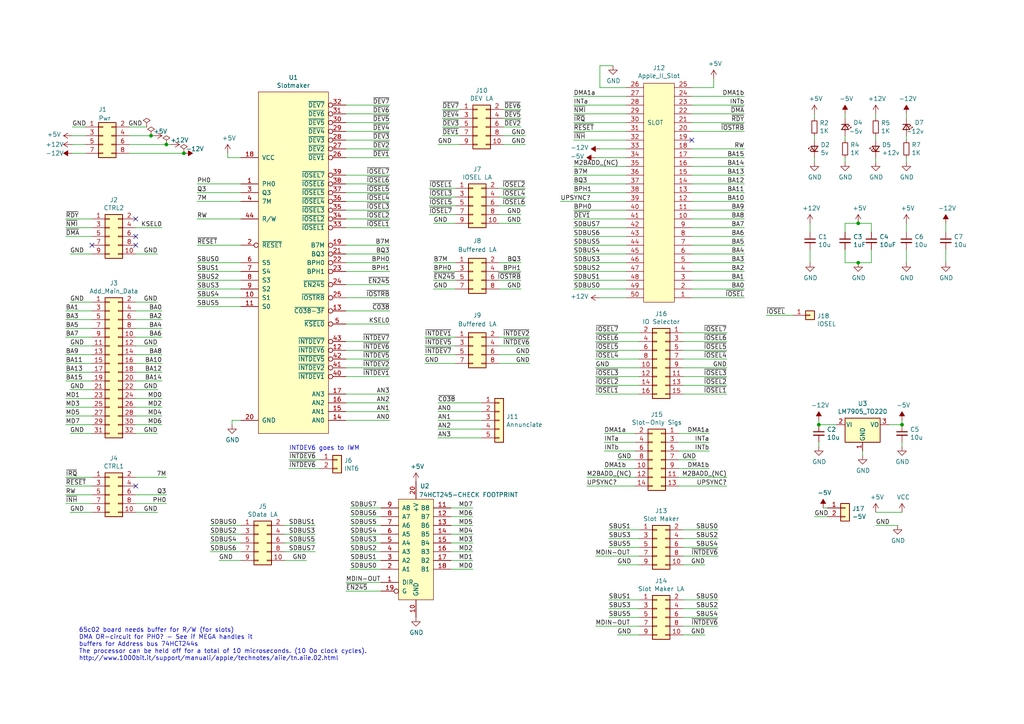
<source format=kicad_sch>
(kicad_sch (version 20230121) (generator eeschema)
  (paper "A4")
  (title_block (title "IO Prototype (Slot)") (rev "2") (company "bald.ee/gd-design") (comment 1 "Mega IIe / Golden Delicious"))
  (junction (at 237.49 123.19))
  (junction (at 43.815 39.37))
  (junction (at 261.62 123.19))
  (junction (at 48.26 41.91))
  (junction (at 53.34 44.45))
  (junction (at 248.92 76.2))
  (junction (at 248.92 64.77))
  (no_connect (at 39.37 71.12))
  (no_connect (at 39.37 63.5))
  (no_connect (at 200.66 40.64))
  (no_connect (at 39.37 68.58))
  (no_connect (at 26.67 71.12))
  (no_connect (at 39.37 140.97))
  (wire (pts (xy 130.81 165.1) (xy 137.16 165.1)))
  (wire (pts (xy 26.67 66.04) (xy 19.05 66.04)))
  (wire (pts (xy 69.85 78.74) (xy 57.15 78.74)))
  (wire (pts (xy 100.33 78.74) (xy 113.03 78.74)))
  (wire (pts (xy 185.42 106.68) (xy 172.72 106.68)))
  (wire (pts (xy 39.37 105.41) (xy 46.99 105.41)))
  (wire (pts (xy 207.01 25.4) (xy 200.66 25.4)))
  (wire (pts (xy 166.37 60.96) (xy 181.61 60.96)))
  (wire (pts (xy 39.37 73.66) (xy 45.72 73.66)))
  (wire (pts (xy 100.33 76.2) (xy 113.03 76.2)))
  (wire (pts (xy 198.12 114.3) (xy 210.82 114.3)))
  (wire (pts (xy 200.66 33.02) (xy 215.9 33.02)))
  (wire (pts (xy 100.33 60.96) (xy 113.03 60.96)))
  (wire (pts (xy 100.33 109.22) (xy 113.03 109.22)))
  (wire (pts (xy 128.27 39.37) (xy 133.35 39.37)))
  (wire (pts (xy 248.92 64.77) (xy 252.73 64.77)))
  (wire (pts (xy 181.61 33.02) (xy 166.37 33.02)))
  (wire (pts (xy 200.66 66.04) (xy 215.9 66.04)))
  (wire (pts (xy 198.12 176.53) (xy 208.28 176.53)))
  (wire (pts (xy 100.33 90.17) (xy 113.03 90.17)))
  (wire (pts (xy 128.27 36.83) (xy 133.35 36.83)))
  (wire (pts (xy 198.12 179.07) (xy 208.28 179.07)))
  (wire (pts (xy 100.33 119.38) (xy 113.03 119.38)))
  (wire (pts (xy 123.19 105.41) (xy 132.08 105.41)))
  (wire (pts (xy 236.22 40.64) (xy 236.22 39.37)))
  (wire (pts (xy 26.67 120.65) (xy 19.05 120.65)))
  (wire (pts (xy 144.78 81.28) (xy 151.13 81.28)))
  (wire (pts (xy 185.42 153.67) (xy 176.53 153.67)))
  (wire (pts (xy 274.32 67.31) (xy 274.32 64.77)))
  (wire (pts (xy 185.42 114.3) (xy 172.72 114.3)))
  (wire (pts (xy 39.37 90.17) (xy 46.99 90.17)))
  (wire (pts (xy 26.67 140.97) (xy 19.05 140.97)))
  (wire (pts (xy 185.42 109.22) (xy 172.72 109.22)))
  (wire (pts (xy 260.35 152.4) (xy 254 152.4)))
  (wire (pts (xy 185.42 176.53) (xy 176.53 176.53)))
  (wire (pts (xy 69.85 81.28) (xy 57.15 81.28)))
  (wire (pts (xy 205.74 128.27) (xy 196.85 128.27)))
  (wire (pts (xy 262.89 40.64) (xy 262.89 39.37)))
  (wire (pts (xy 130.81 157.48) (xy 137.16 157.48)))
  (wire (pts (xy 200.66 68.58) (xy 215.9 68.58)))
  (wire (pts (xy 69.85 162.56) (xy 63.5 162.56)))
  (wire (pts (xy 132.08 83.82) (xy 125.73 83.82)))
  (wire (pts (xy 37.465 41.91) (xy 48.26 41.91)))
  (wire (pts (xy 181.61 25.4) (xy 173.99 25.4)))
  (wire (pts (xy 69.85 55.88) (xy 57.15 55.88)))
  (wire (pts (xy 69.85 121.92) (xy 67.31 121.92)))
  (wire (pts (xy 37.465 36.83) (xy 42.545 36.83)))
  (wire (pts (xy 181.61 50.8) (xy 166.37 50.8)))
  (wire (pts (xy 200.66 53.34) (xy 215.9 53.34)))
  (wire (pts (xy 82.55 157.48) (xy 91.44 157.48)))
  (wire (pts (xy 185.42 179.07) (xy 176.53 179.07)))
  (wire (pts (xy 69.85 45.72) (xy 66.04 45.72)))
  (wire (pts (xy 198.12 106.68) (xy 210.82 106.68)))
  (wire (pts (xy 200.66 78.74) (xy 215.9 78.74)))
  (wire (pts (xy 144.78 97.79) (xy 153.67 97.79)))
  (wire (pts (xy 26.67 105.41) (xy 19.05 105.41)))
  (wire (pts (xy 110.49 160.02) (xy 101.6 160.02)))
  (wire (pts (xy 236.22 46.99) (xy 236.22 45.72)))
  (wire (pts (xy 100.33 35.56) (xy 113.03 35.56)))
  (wire (pts (xy 128.27 31.75) (xy 133.35 31.75)))
  (wire (pts (xy 130.81 154.94) (xy 137.16 154.94)))
  (wire (pts (xy 91.44 152.4) (xy 82.55 152.4)))
  (wire (pts (xy 24.765 44.45) (xy 20.955 44.45)))
  (wire (pts (xy 26.67 97.79) (xy 19.05 97.79)))
  (wire (pts (xy 60.96 154.94) (xy 69.85 154.94)))
  (wire (pts (xy 229.87 91.44) (xy 222.25 91.44)))
  (wire (pts (xy 69.85 83.82) (xy 57.15 83.82)))
  (wire (pts (xy 245.11 40.64) (xy 245.11 39.37)))
  (wire (pts (xy 39.37 107.95) (xy 46.99 107.95)))
  (wire (pts (xy 144.78 76.2) (xy 151.13 76.2)))
  (wire (pts (xy 39.37 148.59) (xy 45.72 148.59)))
  (wire (pts (xy 175.26 125.73) (xy 184.15 125.73)))
  (wire (pts (xy 26.67 118.11) (xy 19.05 118.11)))
  (wire (pts (xy 83.82 135.89) (xy 92.71 135.89)))
  (wire (pts (xy 26.67 146.05) (xy 19.05 146.05)))
  (wire (pts (xy 151.13 34.29) (xy 146.05 34.29)))
  (wire (pts (xy 123.19 97.79) (xy 132.08 97.79)))
  (wire (pts (xy 245.11 67.31) (xy 245.11 64.77)))
  (wire (pts (xy 130.81 160.02) (xy 137.16 160.02)))
  (wire (pts (xy 184.15 135.89) (xy 175.26 135.89)))
  (wire (pts (xy 254 46.99) (xy 254 45.72)))
  (wire (pts (xy 198.12 104.14) (xy 210.82 104.14)))
  (wire (pts (xy 100.33 93.98) (xy 113.03 93.98)))
  (wire (pts (xy 26.67 95.25) (xy 19.05 95.25)))
  (wire (pts (xy 262.89 67.31) (xy 262.89 64.77)))
  (wire (pts (xy 170.18 140.97) (xy 184.15 140.97)))
  (wire (pts (xy 166.37 27.94) (xy 181.61 27.94)))
  (wire (pts (xy 181.61 38.1) (xy 166.37 38.1)))
  (wire (pts (xy 198.12 153.67) (xy 208.28 153.67)))
  (wire (pts (xy 110.49 157.48) (xy 101.6 157.48)))
  (wire (pts (xy 124.46 59.69) (xy 132.08 59.69)))
  (wire (pts (xy 200.66 27.94) (xy 215.9 27.94)))
  (wire (pts (xy 69.85 76.2) (xy 57.15 76.2)))
  (wire (pts (xy 100.33 114.3) (xy 113.03 114.3)))
  (wire (pts (xy 240.03 147.32) (xy 238.76 147.32)))
  (wire (pts (xy 236.22 33.02) (xy 236.22 34.29)))
  (wire (pts (xy 250.19 130.81) (xy 250.19 132.08)))
  (wire (pts (xy 173.99 19.05) (xy 177.8 19.05)))
  (wire (pts (xy 146.05 41.91) (xy 152.4 41.91)))
  (wire (pts (xy 173.99 25.4) (xy 173.99 19.05)))
  (wire (pts (xy 124.46 62.23) (xy 132.08 62.23)))
  (wire (pts (xy 200.66 35.56) (xy 215.9 35.56)))
  (wire (pts (xy 39.37 120.65) (xy 46.99 120.65)))
  (wire (pts (xy 100.33 45.72) (xy 113.03 45.72)))
  (wire (pts (xy 60.96 160.02) (xy 69.85 160.02)))
  (wire (pts (xy 37.465 39.37) (xy 43.815 39.37)))
  (wire (pts (xy 100.33 71.12) (xy 113.03 71.12)))
  (wire (pts (xy 83.82 133.35) (xy 92.71 133.35)))
  (wire (pts (xy 100.33 43.18) (xy 113.03 43.18)))
  (wire (pts (xy 110.49 149.86) (xy 101.6 149.86)))
  (wire (pts (xy 152.4 54.61) (xy 144.78 54.61)))
  (wire (pts (xy 60.96 157.48) (xy 69.85 157.48)))
  (wire (pts (xy 39.37 125.73) (xy 45.72 125.73)))
  (wire (pts (xy 100.33 50.8) (xy 113.03 50.8)))
  (wire (pts (xy 254 40.64) (xy 254 39.37)))
  (wire (pts (xy 100.33 55.88) (xy 113.03 55.88)))
  (wire (pts (xy 139.7 119.38) (xy 127 119.38)))
  (wire (pts (xy 184.15 138.43) (xy 170.18 138.43)))
  (wire (pts (xy 200.66 38.1) (xy 215.9 38.1)))
  (wire (pts (xy 26.67 90.17) (xy 19.05 90.17)))
  (wire (pts (xy 69.85 53.34) (xy 57.15 53.34)))
  (wire (pts (xy 26.67 125.73) (xy 20.32 125.73)))
  (wire (pts (xy 26.67 92.71) (xy 19.05 92.71)))
  (wire (pts (xy 110.49 171.45) (xy 100.33 171.45)))
  (wire (pts (xy 110.49 154.94) (xy 101.6 154.94)))
  (wire (pts (xy 39.37 115.57) (xy 46.99 115.57)))
  (wire (pts (xy 200.66 60.96) (xy 215.9 60.96)))
  (wire (pts (xy 39.37 110.49) (xy 46.99 110.49)))
  (wire (pts (xy 110.49 168.91) (xy 100.33 168.91)))
  (wire (pts (xy 132.08 76.2) (xy 125.73 76.2)))
  (wire (pts (xy 261.62 121.92) (xy 261.62 123.19)))
  (wire (pts (xy 39.37 146.05) (xy 48.26 146.05)))
  (wire (pts (xy 39.37 95.25) (xy 46.99 95.25)))
  (wire (pts (xy 185.42 104.14) (xy 172.72 104.14)))
  (wire (pts (xy 240.03 149.86) (xy 236.22 149.86)))
  (wire (pts (xy 245.11 64.77) (xy 248.92 64.77)))
  (wire (pts (xy 37.465 44.45) (xy 53.34 44.45)))
  (wire (pts (xy 100.33 101.6) (xy 113.03 101.6)))
  (wire (pts (xy 237.49 123.19) (xy 237.49 121.92)))
  (wire (pts (xy 144.78 78.74) (xy 151.13 78.74)))
  (wire (pts (xy 110.49 165.1) (xy 101.6 165.1)))
  (wire (pts (xy 133.35 41.91) (xy 127 41.91)))
  (wire (pts (xy 100.33 53.34) (xy 113.03 53.34)))
  (wire (pts (xy 198.12 156.21) (xy 208.28 156.21)))
  (wire (pts (xy 39.37 97.79) (xy 46.99 97.79)))
  (wire (pts (xy 261.62 123.19) (xy 257.81 123.19)))
  (wire (pts (xy 26.67 148.59) (xy 20.32 148.59)))
  (wire (pts (xy 198.12 111.76) (xy 210.82 111.76)))
  (wire (pts (xy 173.99 43.18) (xy 181.61 43.18)))
  (wire (pts (xy 130.81 149.86) (xy 137.16 149.86)))
  (wire (pts (xy 185.42 158.75) (xy 176.53 158.75)))
  (wire (pts (xy 166.37 73.66) (xy 181.61 73.66)))
  (wire (pts (xy 185.42 99.06) (xy 172.72 99.06)))
  (wire (pts (xy 185.42 96.52) (xy 172.72 96.52)))
  (wire (pts (xy 69.85 71.12) (xy 57.15 71.12)))
  (wire (pts (xy 198.12 161.29) (xy 208.28 161.29)))
  (wire (pts (xy 185.42 156.21) (xy 176.53 156.21)))
  (wire (pts (xy 82.55 160.02) (xy 91.44 160.02)))
  (wire (pts (xy 69.85 63.5) (xy 57.15 63.5)))
  (wire (pts (xy 166.37 55.88) (xy 181.61 55.88)))
  (wire (pts (xy 24.765 39.37) (xy 20.955 39.37)))
  (wire (pts (xy 200.66 71.12) (xy 215.9 71.12)))
  (wire (pts (xy 162.56 58.42) (xy 181.61 58.42)))
  (wire (pts (xy 110.49 147.32) (xy 101.6 147.32)))
  (wire (pts (xy 196.85 135.89) (xy 205.74 135.89)))
  (wire (pts (xy 200.66 76.2) (xy 215.9 76.2)))
  (wire (pts (xy 39.37 113.03) (xy 45.72 113.03)))
  (wire (pts (xy 69.85 88.9) (xy 57.15 88.9)))
  (wire (pts (xy 26.67 110.49) (xy 19.05 110.49)))
  (wire (pts (xy 26.67 113.03) (xy 20.32 113.03)))
  (wire (pts (xy 26.67 73.66) (xy 20.32 73.66)))
  (wire (pts (xy 26.67 107.95) (xy 19.05 107.95)))
  (wire (pts (xy 26.67 68.58) (xy 19.05 68.58)))
  (wire (pts (xy 185.42 184.15) (xy 179.07 184.15)))
  (wire (pts (xy 100.33 58.42) (xy 113.03 58.42)))
  (wire (pts (xy 82.55 162.56) (xy 88.9 162.56)))
  (wire (pts (xy 200.66 50.8) (xy 215.9 50.8)))
  (wire (pts (xy 128.27 34.29) (xy 133.35 34.29)))
  (wire (pts (xy 185.42 101.6) (xy 172.72 101.6)))
  (wire (pts (xy 262.89 46.99) (xy 262.89 45.72)))
  (wire (pts (xy 152.4 57.15) (xy 144.78 57.15)))
  (wire (pts (xy 100.33 73.66) (xy 113.03 73.66)))
  (wire (pts (xy 144.78 105.41) (xy 153.67 105.41)))
  (wire (pts (xy 124.46 57.15) (xy 132.08 57.15)))
  (wire (pts (xy 39.37 66.04) (xy 46.99 66.04)))
  (wire (pts (xy 198.12 99.06) (xy 210.82 99.06)))
  (wire (pts (xy 39.37 138.43) (xy 48.26 138.43)))
  (wire (pts (xy 200.66 83.82) (xy 215.9 83.82)))
  (wire (pts (xy 234.95 67.31) (xy 234.95 64.77)))
  (wire (pts (xy 139.7 121.92) (xy 127 121.92)))
  (wire (pts (xy 26.67 143.51) (xy 19.05 143.51)))
  (wire (pts (xy 67.31 121.92) (xy 67.31 123.19)))
  (wire (pts (xy 166.37 30.48) (xy 181.61 30.48)))
  (wire (pts (xy 234.95 76.2) (xy 234.95 72.39)))
  (wire (pts (xy 123.19 102.87) (xy 132.08 102.87)))
  (wire (pts (xy 185.42 163.83) (xy 179.07 163.83)))
  (wire (pts (xy 261.62 128.27) (xy 261.62 129.54)))
  (wire (pts (xy 39.37 87.63) (xy 45.72 87.63)))
  (wire (pts (xy 100.33 82.55) (xy 113.03 82.55)))
  (wire (pts (xy 181.61 48.26) (xy 166.37 48.26)))
  (wire (pts (xy 210.82 140.97) (xy 196.85 140.97)))
  (wire (pts (xy 100.33 66.04) (xy 113.03 66.04)))
  (wire (pts (xy 252.73 76.2) (xy 248.92 76.2)))
  (wire (pts (xy 69.85 86.36) (xy 57.15 86.36)))
  (wire (pts (xy 139.7 127) (xy 127 127)))
  (wire (pts (xy 152.4 39.37) (xy 146.05 39.37)))
  (wire (pts (xy 245.11 46.99) (xy 245.11 45.72)))
  (wire (pts (xy 262.89 76.2) (xy 262.89 72.39)))
  (wire (pts (xy 198.12 101.6) (xy 210.82 101.6)))
  (wire (pts (xy 151.13 36.83) (xy 146.05 36.83)))
  (wire (pts (xy 110.49 152.4) (xy 101.6 152.4)))
  (wire (pts (xy 43.815 39.37) (xy 44.45 39.37)))
  (wire (pts (xy 196.85 133.35) (xy 201.93 133.35)))
  (wire (pts (xy 144.78 100.33) (xy 153.67 100.33)))
  (wire (pts (xy 173.99 86.36) (xy 181.61 86.36)))
  (wire (pts (xy 248.92 76.2) (xy 245.11 76.2)))
  (wire (pts (xy 152.4 59.69) (xy 144.78 59.69)))
  (wire (pts (xy 130.81 147.32) (xy 137.16 147.32)))
  (wire (pts (xy 26.67 138.43) (xy 19.05 138.43)))
  (wire (pts (xy 24.765 41.91) (xy 20.955 41.91)))
  (wire (pts (xy 200.66 58.42) (xy 215.9 58.42)))
  (wire (pts (xy 245.11 76.2) (xy 245.11 72.39)))
  (wire (pts (xy 198.12 163.83) (xy 204.47 163.83)))
  (wire (pts (xy 39.37 123.19) (xy 46.99 123.19)))
  (wire (pts (xy 274.32 76.2) (xy 274.32 72.39)))
  (wire (pts (xy 181.61 35.56) (xy 166.37 35.56)))
  (wire (pts (xy 144.78 102.87) (xy 153.67 102.87)))
  (wire (pts (xy 39.37 143.51) (xy 48.26 143.51)))
  (wire (pts (xy 166.37 76.2) (xy 181.61 76.2)))
  (wire (pts (xy 200.66 43.18) (xy 215.9 43.18)))
  (wire (pts (xy 100.33 104.14) (xy 113.03 104.14)))
  (wire (pts (xy 172.72 45.72) (xy 181.61 45.72)))
  (wire (pts (xy 100.33 38.1) (xy 113.03 38.1)))
  (wire (pts (xy 200.66 55.88) (xy 215.9 55.88)))
  (wire (pts (xy 26.67 123.19) (xy 19.05 123.19)))
  (wire (pts (xy 48.26 41.91) (xy 49.53 41.91)))
  (wire (pts (xy 175.26 128.27) (xy 184.15 128.27)))
  (wire (pts (xy 166.37 78.74) (xy 181.61 78.74)))
  (wire (pts (xy 144.78 83.82) (xy 151.13 83.82)))
  (wire (pts (xy 200.66 81.28) (xy 215.9 81.28)))
  (wire (pts (xy 181.61 40.64) (xy 166.37 40.64)))
  (wire (pts (xy 151.13 31.75) (xy 146.05 31.75)))
  (wire (pts (xy 261.62 148.59) (xy 254 148.59)))
  (wire (pts (xy 139.7 116.84) (xy 127 116.84)))
  (wire (pts (xy 185.42 111.76) (xy 172.72 111.76)))
  (wire (pts (xy 100.33 40.64) (xy 113.03 40.64)))
  (wire (pts (xy 100.33 86.36) (xy 113.03 86.36)))
  (wire (pts (xy 26.67 100.33) (xy 20.32 100.33)))
  (wire (pts (xy 245.11 33.02) (xy 245.11 34.29)))
  (wire (pts (xy 166.37 53.34) (xy 181.61 53.34)))
  (wire (pts (xy 39.37 118.11) (xy 46.99 118.11)))
  (wire (pts (xy 166.37 71.12) (xy 181.61 71.12)))
  (wire (pts (xy 198.12 96.52) (xy 210.82 96.52)))
  (wire (pts (xy 139.7 124.46) (xy 127 124.46)))
  (wire (pts (xy 130.81 162.56) (xy 137.16 162.56)))
  (wire (pts (xy 100.33 30.48) (xy 113.03 30.48)))
  (wire (pts (xy 100.33 99.06) (xy 113.03 99.06)))
  (wire (pts (xy 166.37 83.82) (xy 181.61 83.82)))
  (wire (pts (xy 24.765 36.83) (xy 20.955 36.83)))
  (wire (pts (xy 166.37 68.58) (xy 181.61 68.58)))
  (wire (pts (xy 100.33 116.84) (xy 113.03 116.84)))
  (wire (pts (xy 237.49 128.27) (xy 237.49 129.54)))
  (wire (pts (xy 184.15 133.35) (xy 179.07 133.35)))
  (wire (pts (xy 198.12 109.22) (xy 210.82 109.22)))
  (wire (pts (xy 166.37 63.5) (xy 181.61 63.5)))
  (wire (pts (xy 166.37 66.04) (xy 181.61 66.04)))
  (wire (pts (xy 184.15 130.81) (xy 175.26 130.81)))
  (wire (pts (xy 198.12 181.61) (xy 208.28 181.61)))
  (wire (pts (xy 205.74 125.73) (xy 196.85 125.73)))
  (wire (pts (xy 110.49 162.56) (xy 101.6 162.56)))
  (wire (pts (xy 200.66 63.5) (xy 215.9 63.5)))
  (wire (pts (xy 198.12 184.15) (xy 204.47 184.15)))
  (wire (pts (xy 60.96 152.4) (xy 69.85 152.4)))
  (wire (pts (xy 166.37 81.28) (xy 181.61 81.28)))
  (wire (pts (xy 26.67 63.5) (xy 19.05 63.5)))
  (wire (pts (xy 39.37 100.33) (xy 45.72 100.33)))
  (wire (pts (xy 198.12 158.75) (xy 208.28 158.75)))
  (wire (pts (xy 252.73 64.77) (xy 252.73 67.31)))
  (wire (pts (xy 39.37 102.87) (xy 46.99 102.87)))
  (wire (pts (xy 69.85 58.42) (xy 57.15 58.42)))
  (wire (pts (xy 200.66 48.26) (xy 215.9 48.26)))
  (wire (pts (xy 196.85 130.81) (xy 205.74 130.81)))
  (wire (pts (xy 124.46 54.61) (xy 132.08 54.61)))
  (wire (pts (xy 100.33 33.02) (xy 113.03 33.02)))
  (wire (pts (xy 26.67 102.87) (xy 19.05 102.87)))
  (wire (pts (xy 262.89 33.02) (xy 262.89 34.29)))
  (wire (pts (xy 207.01 22.86) (xy 207.01 25.4)))
  (wire (pts (xy 123.19 100.33) (xy 132.08 100.33)))
  (wire (pts (xy 254 33.02) (xy 254 34.29)))
  (wire (pts (xy 100.33 121.92) (xy 113.03 121.92)))
  (wire (pts (xy 144.78 64.77) (xy 151.13 64.77)))
  (wire (pts (xy 185.42 173.99) (xy 176.53 173.99)))
  (wire (pts (xy 39.37 92.71) (xy 46.99 92.71)))
  (wire (pts (xy 198.12 173.99) (xy 208.28 173.99)))
  (wire (pts (xy 172.72 181.61) (xy 185.42 181.61)))
  (wire (pts (xy 132.08 78.74) (xy 125.73 78.74)))
  (wire (pts (xy 100.33 106.68) (xy 113.03 106.68)))
  (wire (pts (xy 196.85 138.43) (xy 210.82 138.43)))
  (wire (pts (xy 132.08 81.28) (xy 125.73 81.28)))
  (wire (pts (xy 242.57 123.19) (xy 237.49 123.19)))
  (wire (pts (xy 200.66 45.72) (xy 215.9 45.72)))
  (wire (pts (xy 100.33 63.5) (xy 113.03 63.5)))
  (wire (pts (xy 130.81 152.4) (xy 137.16 152.4)))
  (wire (pts (xy 172.72 161.29) (xy 185.42 161.29)))
  (wire (pts (xy 132.08 64.77) (xy 125.73 64.77)))
  (wire (pts (xy 66.04 45.72) (xy 66.04 44.45)))
  (wire (pts (xy 82.55 154.94) (xy 91.44 154.94)))
  (wire (pts (xy 200.66 86.36) (xy 215.9 86.36)))
  (wire (pts (xy 200.66 73.66) (xy 215.9 73.66)))
  (wire (pts (xy 200.66 30.48) (xy 215.9 30.48)))
  (wire (pts (xy 144.78 62.23) (xy 151.13 62.23)))
  (wire (pts (xy 26.67 87.63) (xy 20.32 87.63)))
  (wire (pts (xy 252.73 72.39) (xy 252.73 76.2)))
  (wire (pts (xy 26.67 115.57) (xy 19.05 115.57)))
  (text "INTDEV6 goes to IWM" (at 83.82 130.81 0) (effects (font (size 1.27 1.27)) (justify left bottom)))
  (text "65c02 board needs buffer for R/W (for slots)\nDMA OR-circuit for PH0? - See if MEGA handles it\nbuffers for Address bus 74HCT244s\nThe processor can be held off for a total of 10 microseconds. (10 0o clock cycles).\nhttp://www.1000bit.it/support/manuali/apple/technotes/aiie/tn.aiie.02.html\n" (at 22.86 191.77 0) (effects (font (size 1.27 1.27)) (justify left bottom)))
  (label "UPSYNC?" (at 162.56 58.42 0))
  (label "BPH1" (at 151.13 78.74 180))
  (label "~{IOSEL5}" (at 210.82 101.6 180))
  (label "BA1" (at 19.05 90.17 0))
  (label "~{RESET}" (at 57.15 71.12 0))
  (label "~{IOSEL7}" (at 124.46 62.23 0))
  (label "BQ3" (at 113.03 73.66 180))
  (label "~{RDY}" (at 19.05 63.5 0))
  (label "PH0" (at 57.15 53.34 0))
  (label "SDBUS2" (at 166.37 78.74 0))
  (label "~{DEV7}" (at 128.27 31.75 0))
  (label "BA7" (at 19.05 97.79 0))
  (label "SDBUS0" (at 101.6 165.1 0))
  (label "RW" (at 57.15 63.5 0))
  (label "MD2" (at 46.99 118.11 180))
  (label "SDBUS6" (at 166.37 68.58 0))
  (label "MD0" (at 46.99 115.57 180))
  (label "GND" (at 45.72 73.66 180))
  (label "~{DEV3}" (at 128.27 36.83 0))
  (label "~{RESET}" (at 19.05 140.97 0))
  (label "~{INTDEV7}" (at 113.03 99.06 180))
  (label "~{INH}" (at 19.05 146.05 0))
  (label "INTb" (at 175.26 130.81 0))
  (label "~{INTDEV5}" (at 123.19 100.33 0))
  (label "SBUS4" (at 57.15 86.36 0))
  (label "~{IOSTRB}" (at 113.03 86.36 180))
  (label "MD4" (at 46.99 120.65 180))
  (label "GND" (at 152.4 41.91 180))
  (label "SBUS0" (at 57.15 76.2 0))
  (label "~{IOSEL4}" (at 172.72 104.14 0))
  (label "RW" (at 19.05 143.51 0))
  (label "SBUS5" (at 176.53 179.07 0))
  (label "~{DEV7}" (at 113.03 30.48 180))
  (label "SDBUS5" (at 101.6 152.4 0))
  (label "MDIN-OUT" (at 172.72 161.29 0))
  (label "GND" (at 20.32 148.59 0))
  (label "MD3" (at 19.05 118.11 0))
  (label "SBUS3" (at 176.53 156.21 0))
  (label "GND" (at 179.07 163.83 0))
  (label "~{IOSEL1}" (at 113.03 66.04 180))
  (label "~{IOSEL1}" (at 124.46 54.61 0))
  (label "AN1" (at 127 121.92 0))
  (label "~{IOSEL6}" (at 210.82 99.06 180))
  (label "~{EN245}" (at 113.03 82.55 180))
  (label "BA11" (at 19.05 105.41 0))
  (label "KSEL0" (at 113.03 93.98 180))
  (label "SDBUS3" (at 166.37 76.2 0))
  (label "DMA1b" (at 205.74 135.89 180))
  (label "GND" (at 88.9 162.56 180))
  (label "~{INH}" (at 166.37 40.64 0))
  (label "~{IOSTRB}" (at 151.13 81.28 180))
  (label "~{IOSEL4}" (at 210.82 104.14 180))
  (label "GND" (at 41.275 36.83 180))
  (label "SDBUS4" (at 166.37 73.66 0))
  (label "SDBUS3" (at 101.6 157.48 0))
  (label "BA2" (at 46.99 92.71 180))
  (label "INTa" (at 175.26 128.27 0))
  (label "MD7" (at 19.05 123.19 0))
  (label "GND" (at 151.13 62.23 180))
  (label "~{INTDEV2}" (at 113.03 106.68 180))
  (label "~{INTDEV7}" (at 123.19 102.87 0))
  (label "Q3" (at 57.15 55.88 0))
  (label "BA1" (at 215.9 81.28 180))
  (label "BA13" (at 215.9 50.8 180))
  (label "~{IOSEL6}" (at 172.72 99.06 0))
  (label "GND" (at 20.32 113.03 0))
  (label "~{INTDEV6}" (at 83.82 133.35 0))
  (label "~{IOSEL3}" (at 172.72 109.22 0))
  (label "DMA1a" (at 166.37 27.94 0))
  (label "SBUS0" (at 208.28 173.99 180))
  (label "~{IOSEL1}" (at 210.82 114.3 180))
  (label "M2BADD_(NC)" (at 166.37 48.26 0))
  (label "GND" (at 179.07 133.35 0))
  (label "GND" (at 20.32 100.33 0))
  (label "RW" (at 215.9 43.18 180))
  (label "GND" (at 20.955 36.83 0))
  (label "~{IOSEL1}" (at 172.72 114.3 0))
  (label "~{INTDEV6}" (at 208.28 161.29 180))
  (label "MD0" (at 137.16 165.1 180))
  (label "INTb" (at 205.74 130.81 180))
  (label "INTa" (at 205.74 128.27 180))
  (label "~{DMA}" (at 19.05 68.58 0))
  (label "MDIN-OUT" (at 100.33 168.91 0))
  (label "~{RESET}" (at 166.37 38.1 0))
  (label "~{INTDEV6}" (at 83.82 135.89 0))
  (label "~{DEV5}" (at 113.03 35.56 180))
  (label "~{INTDEV6}" (at 153.67 100.33 180))
  (label "~{NMI}" (at 19.05 66.04 0))
  (label "SDBUS1" (at 101.6 162.56 0))
  (label "BA7" (at 215.9 66.04 180))
  (label "BA4" (at 46.99 95.25 180))
  (label "AN2" (at 127 124.46 0))
  (label "GND" (at 151.13 64.77 180))
  (label "GND" (at 45.72 148.59 180))
  (label "~{IOSTRB}" (at 215.9 38.1 180))
  (label "SDBUS5" (at 166.37 71.12 0))
  (label "GND" (at 45.72 113.03 180))
  (label "SBUS2" (at 208.28 176.53 180))
  (label "BPH1" (at 113.03 78.74 180))
  (label "SDBUS7" (at 166.37 66.04 0))
  (label "BPH0" (at 125.73 78.74 0))
  (label "GND" (at 125.73 83.82 0))
  (label "B7M" (at 125.73 76.2 0))
  (label "MD1" (at 19.05 115.57 0))
  (label "~{IOSEL4}" (at 152.4 57.15 180))
  (label "GND" (at 179.07 184.15 0))
  (label "BA0" (at 46.99 90.17 180))
  (label "BPH0" (at 113.03 76.2 180))
  (label "~{DEV6}" (at 151.13 31.75 180))
  (label "~{IOSEL7}" (at 172.72 96.52 0))
  (label "~{IOSEL4}" (at 113.03 58.42 180))
  (label "SBUS1" (at 176.53 173.99 0))
  (label "~{DEV1}" (at 166.37 63.5 0))
  (label "SBUS5" (at 176.53 158.75 0))
  (label "BA14" (at 46.99 110.49 180))
  (label "BPH1" (at 166.37 55.88 0))
  (label "BPH0" (at 166.37 60.96 0))
  (label "MD2" (at 137.16 160.02 180))
  (label "SDBUS4" (at 60.96 157.48 0))
  (label "~{IOSEL7}" (at 113.03 50.8 180))
  (label "SDBUS4" (at 101.6 154.94 0))
  (label "SBUS3" (at 57.15 83.82 0))
  (label "~{DEV1}" (at 128.27 39.37 0))
  (label "~{IOSEL2}" (at 210.82 111.76 180))
  (label "BA5" (at 19.05 95.25 0))
  (label "BA3" (at 19.05 92.71 0))
  (label "BA8" (at 215.9 63.5 180))
  (label "GND" (at 123.19 105.41 0))
  (label "~{DEV6}" (at 113.03 33.02 180))
  (label "GND" (at 125.73 64.77 0))
  (label "DMA1b" (at 175.26 135.89 0))
  (label "BQ3" (at 166.37 53.34 0))
  (label "~{INTDEV2}" (at 153.67 97.79 180))
  (label "~{IOSEL3}" (at 113.03 60.96 180))
  (label "7M" (at 48.26 138.43 180))
  (label "AN3" (at 127 127 0))
  (label "GND" (at 20.32 87.63 0))
  (label "GND" (at 254 152.4 0))
  (label "DMA1a" (at 175.26 125.73 0))
  (label "MD6" (at 137.16 149.86 180))
  (label "MD5" (at 137.16 152.4 180))
  (label "GND" (at 201.93 133.35 180))
  (label "BA2" (at 215.9 78.74 180))
  (label "PH0" (at 48.26 146.05 180))
  (label "~{IRQ}" (at 166.37 35.56 0))
  (label "BA8" (at 46.99 102.87 180))
  (label "BA9" (at 19.05 102.87 0))
  (label "MD6" (at 46.99 123.19 180))
  (label "SDBUS7" (at 101.6 147.32 0))
  (label "M2BADD_(NC)" (at 170.18 138.43 0))
  (label "SDBUS6" (at 101.6 149.86 0))
  (label "~{INTDEV5}" (at 113.03 104.14 180))
  (label "~{IOSEL3}" (at 210.82 109.22 180))
  (label "~{IOSEL6}" (at 152.4 59.69 180))
  (label "~{IOSEL2}" (at 172.72 111.76 0))
  (label "SBUS4" (at 208.28 179.07 180))
  (label "BA4" (at 215.9 73.66 180))
  (label "~{INTDEV6}" (at 208.28 181.61 180))
  (label "~{IOSEL7}" (at 210.82 96.52 180))
  (label "~{DEV1}" (at 113.03 45.72 180))
  (label "~{EN245}" (at 100.33 171.45 0))
  (label "GND" (at 153.67 105.41 180))
  (label "UPSYNC?" (at 210.82 140.97 180))
  (label "BA15" (at 215.9 45.72 180))
  (label "~{DEV4}" (at 128.27 34.29 0))
  (label "GND" (at 204.47 184.15 180))
  (label "~{IRQ}" (at 19.05 138.43 0))
  (label "~{IOSEL6}" (at 113.03 53.34 180))
  (label "~{C038}" (at 113.03 90.17 180))
  (label "BA11" (at 215.9 55.88 180))
  (label "GND" (at 20.32 125.73 0))
  (label "~{INTDEV1}" (at 123.19 97.79 0))
  (label "~{IOSEL5}" (at 172.72 101.6 0))
  (label "BA12" (at 215.9 53.34 180))
  (label "BA6" (at 46.99 97.79 180))
  (label "BA12" (at 46.99 107.95 180))
  (label "GND" (at 63.5 162.56 0))
  (label "~{IOSEL5}" (at 113.03 55.88 180))
  (label "~{DEV4}" (at 113.03 38.1 180))
  (label "INTa" (at 166.37 30.48 0))
  (label "AN3" (at 113.03 114.3 180))
  (label "~{DEV3}" (at 113.03 40.64 180))
  (label "BA15" (at 19.05 110.49 0))
  (label "SDBUS3" (at 91.44 154.94 180))
  (label "BA6" (at 215.9 68.58 180))
  (label "SDBUS7" (at 91.44 160.02 180))
  (label "DMA1a" (at 205.74 125.73 180))
  (label "~{C038}" (at 127 116.84 0))
  (label "SDBUS6" (at 60.96 160.02 0))
  (label "DMA1b" (at 215.9 27.94 180))
  (label "SDBUS1" (at 91.44 152.4 180))
  (label "SDBUS5" (at 91.44 157.48 180))
  (label "~{IOSEL}" (at 222.25 91.44 0))
  (label "~{RDY}" (at 215.9 35.56 180))
  (label "SBUS1" (at 176.53 153.67 0))
  (label "GND" (at 45.72 125.73 180))
  (label "~{INTDEV6}" (at 113.03 101.6 180))
  (label "SDBUS1" (at 166.37 81.28 0))
  (label "~{IOSEL3}" (at 124.46 57.15 0))
  (label "B7M" (at 113.03 71.12 180))
  (label "BA5" (at 215.9 71.12 180))
  (label "BA0" (at 215.9 83.82 180))
  (label "GND" (at 151.13 83.82 180))
  (label "GND" (at 20.32 73.66 0))
  (label "GND" (at 127 41.91 0))
  (label "BA3" (at 215.9 76.2 180))
  (label "AN2" (at 113.03 116.84 180))
  (label "BA9" (at 215.9 60.96 180))
  (label "GND" (at 153.67 102.87 180))
  (label "~{DMA}" (at 215.9 33.02 180))
  (label "~{INTDEV1}" (at 113.03 109.22 180))
  (label "GND" (at 45.72 100.33 180))
  (label "BQ3" (at 151.13 76.2 180))
  (label "MD3" (at 137.16 157.48 180))
  (label "GND" (at 204.47 163.83 180))
  (label "7M" (at 57.15 58.42 0))
  (label "SBUS5" (at 57.15 88.9 0))
  (label "GND" (at 152.4 39.37 180))
  (label "BA14" (at 215.9 48.26 180))
  (label "BA10" (at 215.9 58.42 180))
  (label "KSEL0" (at 46.99 66.04 180))
  (label "AN0" (at 113.03 121.92 180))
  (label "~{DEV5}" (at 151.13 34.29 180))
  (label "BA13" (at 19.05 107.95 0))
  (label "~{DEV2}" (at 151.13 36.83 180))
  (label "SBUS2" (at 57.15 81.28 0))
  (label "~{IOSEL}" (at 215.9 86.36 180))
  (label "GND" (at 210.82 106.68 180))
  (label "~{EN245}" (at 125.73 81.28 0))
  (label "INTb" (at 215.9 30.48 180))
  (label "~{DEV2}" (at 113.03 43.18 180))
  (label "MDIN-OUT" (at 172.72 181.61 0))
  (label "GND" (at 236.22 149.86 0))
  (label "UPSYNC?" (at 170.18 140.97 0))
  (label "AN0" (at 127 119.38 0))
  (label "AN1" (at 113.03 119.38 180))
  (label "SDBUS2" (at 60.96 154.94 0))
  (label "~{IOSEL5}" (at 124.46 59.69 0))
  (label "~{IOSEL2}" (at 113.03 63.5 180))
  (label "SBUS0" (at 208.28 153.67 180))
  (label "MD7" (at 137.16 147.32 180))
  (label "~{NMI}" (at 166.37 33.02 0))
  (label "SBUS3" (at 176.53 176.53 0))
  (label "MD4" (at 137.16 154.94 180))
  (label "SDBUS0" (at 60.96 152.4 0))
  (label "SDBUS0" (at 166.37 83.82 0))
  (label "M2BADD_(NC)" (at 210.82 138.43 180))
  (label "SBUS1" (at 57.15 78.74 0))
  (label "B7M" (at 166.37 50.8 0))
  (label "GND" (at 172.72 106.68 0))
  (label "~{IOSEL2}" (at 152.4 54.61 180))
  (label "MD5" (at 19.05 120.65 0))
  (label "SBUS2" (at 208.28 156.21 180))
  (label "SBUS4" (at 208.28 158.75 180))
  (label "MD1" (at 137.16 162.56 180))
  (label "GND" (at 45.72 87.63 180))
  (label "BA10" (at 46.99 105.41 180))
  (label "Q3" (at 48.26 143.51 180))
  (label "SDBUS2" (at 101.6 160.02 0))
  (symbol (lib_id "Apple_IIgs_Symbols:Slotmaker") (at 83.82 73.66 0) (unit 1)
    (property "Reference" "U1" (at 85.09 22.479 0))
    (property "Value" "Slotmaker" (at 85.09 24.7904 0))
    (property "Footprint" "Package_LCC:PLCC-44_THT-Socket" (effects hide))
  )
  (symbol (lib_id "Apple_IIgs_Symbols:Apple_II_Slot") (at 190.5 54.61 0) (unit 1)
    (property "Reference" "J12" (at 191.135 19.685 0))
    (property "Value" "Apple_II_Slot" (at 191.135 21.9964 0))
    (property "Footprint" "My Libraries:Amp_2358256-4_50pos_right_angle_card" (effects hide))
  )
  (symbol (lib_id "My_Library:C_0805") (at 252.73 69.85 0) (unit 1)
    (property "Reference" "C4" (at 255.0668 68.6816 0) (effects (justify left)))
    (property "Value" "10uF" (at 255.0668 70.993 0) (effects (justify left)))
    (property "Footprint" "Capacitor_SMD:C_0805_2012Metric" (effects hide))
  )
  (symbol (lib_id "My_Library:C_0805") (at 245.11 69.85 0) (unit 1)
    (property "Reference" "C3" (at 247.4468 68.6816 0) (effects (justify left)))
    (property "Value" "1uF" (at 247.4468 70.993 0) (effects (justify left)))
    (property "Footprint" "Capacitor_SMD:C_0805_2012Metric" (effects hide))
  )
  (symbol (lib_id "power:GND") (at 248.92 76.2 0) (unit 1)
    (property "Reference" "#PWR0101" (effects hide))
    (property "Value" "GND" (at 249.047 80.5942 0))
  )
  (symbol (lib_id "Device:LED_Small") (at 236.22 43.18 90) (unit 1)
    (property "Reference" "D2" (at 237.998 42.0116 90) (effects (justify right)))
    (property "Value" "5v" (at 237.998 44.323 90) (effects (justify right)))
    (property "Footprint" "LED_SMD:LED_1206_3216Metric" (effects hide))
  )
  (symbol (lib_id "power:GND") (at 236.22 46.99 0) (unit 1)
    (property "Reference" "#PWR0102" (effects hide))
    (property "Value" "GND" (at 236.347 51.3842 0))
  )
  (symbol (lib_id "My_Library:R_0805") (at 236.22 36.83 0) (unit 1)
    (property "Reference" "R2" (at 237.7186 35.6616 0) (effects (justify left)))
    (property "Value" "1K" (at 237.7186 37.973 0) (effects (justify left)))
    (property "Footprint" "Resistor_SMD:R_0805_2012Metric" (effects hide))
  )
  (symbol (lib_id "power:VCC") (at 261.62 148.59 0) (unit 1)
    (property "Reference" "#PWR0103" (effects hide))
    (property "Value" "VCC" (at 262.001 144.1958 0))
  )
  (symbol (lib_id "power:GND") (at 67.31 123.19 0) (unit 1)
    (property "Reference" "#PWR0104" (effects hide))
    (property "Value" "GND" (at 67.437 127.5842 0))
  )
  (symbol (lib_id "Connector_Generic:Conn_01x05") (at 144.78 121.92 0) (unit 1)
    (property "Reference" "J11" (at 146.812 120.8532 0) (effects (justify left)))
    (property "Value" "Annunciate" (at 146.812 123.1646 0) (effects (justify left)))
    (property "Footprint" "My Libraries:PinHeader_1x05_P2.54mm_Vertical-LOCK" (effects hide))
  )
  (symbol (lib_id "power:-12V") (at 173.99 43.18 90) (unit 1)
    (property "Reference" "#PWR0109" (effects hide))
    (property "Value" "-12V" (at 170.7388 42.799 90) (effects (justify left)))
  )
  (symbol (lib_id "power:-5V") (at 172.72 45.72 90) (unit 1)
    (property "Reference" "#PWR0110" (effects hide))
    (property "Value" "-5V" (at 169.4688 45.339 90) (effects (justify left)))
  )
  (symbol (lib_id "Regulator_Linear:LM7905_TO220") (at 250.19 123.19 0) (mirror x) (unit 1)
    (property "Reference" "U3" (at 250.19 117.0432 0))
    (property "Value" "LM7905_TO220" (at 250.19 119.3546 0))
    (property "Footprint" "Package_TO_SOT_THT:TO-220-3_Vertical" (effects hide))
    (property "Datasheet" "https://www.onsemi.com/pub/Collateral/MC7900-D.PDF" (effects hide))
  )
  (symbol (lib_id "power:+12V") (at 173.99 86.36 90) (unit 1)
    (property "Reference" "#PWR0111" (effects hide))
    (property "Value" "+12V" (at 170.7388 85.979 90) (effects (justify left)))
  )
  (symbol (lib_id "power:-5V") (at 261.62 121.92 0) (unit 1)
    (property "Reference" "#PWR0117" (effects hide))
    (property "Value" "-5V" (at 262.001 117.5258 0))
  )
  (symbol (lib_id "power:-12V") (at 237.49 121.92 0) (unit 1)
    (property "Reference" "#PWR0112" (effects hide))
    (property "Value" "-12V" (at 237.871 117.5258 0))
  )
  (symbol (lib_id "power:GND") (at 177.8 19.05 0) (unit 1)
    (property "Reference" "#PWR0113" (effects hide))
    (property "Value" "GND" (at 177.927 23.4442 0))
  )
  (symbol (lib_id "Connector_Generic:Conn_02x08_Odd_Even") (at 193.04 104.14 0) (mirror y) (unit 1)
    (property "Reference" "J16" (at 191.77 91.0082 0))
    (property "Value" "IO Selector" (at 191.77 93.3196 0))
    (property "Footprint" "Connector_PinSocket_2.54mm:PinSocket_2x08_P2.54mm_Vertical" (effects hide))
  )
  (symbol (lib_id "Apple_IIgs_Symbols:74HCT245") (at 120.65 160.02 0) (unit 1)
    (property "Reference" "U2" (at 123.19 140.97 0))
    (property "Value" "74HCT245-CHECK FOOTPRINT" (at 135.89 143.51 0))
    (property "Footprint" "Package_SO:SO-20_12.8x7.5mm_P1.27mm" (effects hide))
  )
  (symbol (lib_id "power:GND") (at 120.65 179.07 0) (unit 1)
    (property "Reference" "#PWR0128" (effects hide))
    (property "Value" "GND" (at 120.777 183.4642 0))
  )
  (symbol (lib_id "Connector_Generic:Conn_02x16_Odd_Even") (at 31.75 105.41 0) (unit 1)
    (property "Reference" "J3" (at 33.02 82.1182 0))
    (property "Value" "Add_Main_Data" (at 33.02 84.4296 0))
    (property "Footprint" "Connector_PinHeader_2.54mm:PinHeader_2x16_P2.54mm_Horizontal" (effects hide))
  )
  (symbol (lib_id "My_Library:C_0805") (at 274.32 69.85 0) (unit 1)
    (property "Reference" "C7" (at 276.6568 68.6816 0) (effects (justify left)))
    (property "Value" "10u" (at 276.6568 70.993 0) (effects (justify left)))
    (property "Footprint" "Capacitor_SMD:C_0805_2012Metric" (effects hide))
  )
  (symbol (lib_id "power:GND") (at 274.32 76.2 0) (unit 1)
    (property "Reference" "#PWR02" (effects hide))
    (property "Value" "GND" (at 274.447 80.5942 0))
  )
  (symbol (lib_id "power:-12V") (at 274.32 64.77 0) (unit 1)
    (property "Reference" "#PWR01" (effects hide))
    (property "Value" "-12V" (at 274.701 60.3758 0))
  )
  (symbol (lib_id "power:GND") (at 250.19 132.08 0) (unit 1)
    (property "Reference" "#PWR0114" (effects hide))
    (property "Value" "GND" (at 250.317 136.4742 0))
  )
  (symbol (lib_id "My_Library:C_0805") (at 237.49 125.73 0) (unit 1)
    (property "Reference" "C2" (at 239.8268 124.5616 0) (effects (justify left)))
    (property "Value" "10u" (at 239.8268 126.873 0) (effects (justify left)))
    (property "Footprint" "Capacitor_SMD:C_0805_2012Metric" (effects hide))
  )
  (symbol (lib_id "My_Library:C_0805") (at 261.62 125.73 0) (unit 1)
    (property "Reference" "C5" (at 263.9568 124.5616 0) (effects (justify left)))
    (property "Value" "10u" (at 263.9568 126.873 0) (effects (justify left)))
    (property "Footprint" "Capacitor_SMD:C_0805_2012Metric" (effects hide))
  )
  (symbol (lib_id "power:GND") (at 261.62 129.54 0) (unit 1)
    (property "Reference" "#PWR0115" (effects hide))
    (property "Value" "GND" (at 261.747 133.9342 0))
  )
  (symbol (lib_id "power:GND") (at 237.49 129.54 0) (unit 1)
    (property "Reference" "#PWR0116" (effects hide))
    (property "Value" "GND" (at 237.617 133.9342 0))
  )
  (symbol (lib_id "power:-12V") (at 20.955 44.45 90) (unit 1)
    (property "Reference" "#PWR0118" (effects hide))
    (property "Value" "-12V" (at 15.875 44.45 90))
  )
  (symbol (lib_id "power:-5V") (at 238.76 147.32 0) (unit 1)
    (property "Reference" "#PWR0119" (effects hide))
    (property "Value" "-5V" (at 239.141 142.9258 0))
  )
  (symbol (lib_id "Connector_Generic:Conn_02x04_Odd_Even") (at 29.845 39.37 0) (unit 1)
    (property "Reference" "J1" (at 28.575 31.75 0) (effects (justify left)))
    (property "Value" "Pwr" (at 28.575 34.29 0) (effects (justify left)))
    (property "Footprint" "Connector_PinHeader_2.54mm:PinHeader_2x04_P2.54mm_Horizontal" (effects hide))
  )
  (symbol (lib_id "Connector_Generic:Conn_02x05_Odd_Even") (at 31.75 143.51 0) (unit 1)
    (property "Reference" "J4" (at 33.02 132.9182 0))
    (property "Value" "CTRL1" (at 33.02 135.2296 0))
    (property "Footprint" "Connector_PinHeader_2.54mm:PinHeader_2x05_P2.54mm_Horizontal" (effects hide))
  )
  (symbol (lib_id "Connector_Generic:Conn_02x05_Odd_Even") (at 31.75 68.58 0) (unit 1)
    (property "Reference" "J2" (at 33.02 57.9882 0))
    (property "Value" "CTRL2" (at 33.02 60.2996 0))
    (property "Footprint" "Connector_PinHeader_2.54mm:PinHeader_2x05_P2.54mm_Horizontal" (effects hide))
  )
  (symbol (lib_id "Connector_Generic:Conn_02x05_Odd_Even") (at 190.5 158.75 0) (unit 1)
    (property "Reference" "J13" (at 191.77 148.1582 0))
    (property "Value" "Slot Maker" (at 191.77 150.4696 0))
    (property "Footprint" "Connector_PinSocket_2.54mm:PinSocket_2x05_P2.54mm_Vertical" (effects hide))
  )
  (symbol (lib_id "Device:LED_Small") (at 245.11 36.83 270) (unit 1)
    (property "Reference" "D4" (at 250.19 35.56 90) (effects (justify right)))
    (property "Value" "-5v" (at 250.19 38.1 90) (effects (justify right)))
    (property "Footprint" "LED_SMD:LED_1206_3216Metric" (effects hide))
  )
  (symbol (lib_id "power:GND") (at 245.11 46.99 0) (unit 1)
    (property "Reference" "#PWR0120" (effects hide))
    (property "Value" "GND" (at 245.237 51.3842 0))
  )
  (symbol (lib_id "My_Library:R_0805") (at 245.11 43.18 0) (unit 1)
    (property "Reference" "R4" (at 246.6086 42.0116 0) (effects (justify left)))
    (property "Value" "1K" (at 246.6086 44.323 0) (effects (justify left)))
    (property "Footprint" "Resistor_SMD:R_0805_2012Metric" (effects hide))
  )
  (symbol (lib_id "Device:LED_Small") (at 254 43.18 90) (unit 1)
    (property "Reference" "D5" (at 255.778 42.0116 90) (effects (justify right)))
    (property "Value" "+12v" (at 255.778 44.323 90) (effects (justify right)))
    (property "Footprint" "LED_SMD:LED_1206_3216Metric" (effects hide))
  )
  (symbol (lib_id "power:GND") (at 254 46.99 0) (unit 1)
    (property "Reference" "#PWR0121" (effects hide))
    (property "Value" "GND" (at 254.127 51.3842 0))
  )
  (symbol (lib_id "My_Library:R_0805") (at 254 36.83 0) (unit 1)
    (property "Reference" "R5" (at 255.4986 35.6616 0) (effects (justify left)))
    (property "Value" "1K" (at 255.4986 37.973 0) (effects (justify left)))
    (property "Footprint" "Resistor_SMD:R_0805_2012Metric" (effects hide))
  )
  (symbol (lib_id "power:+12V") (at 254 33.02 0) (unit 1)
    (property "Reference" "#PWR0122" (effects hide))
    (property "Value" "+12V" (at 254.381 28.6258 0))
  )
  (symbol (lib_id "power:-5V") (at 245.11 33.02 0) (unit 1)
    (property "Reference" "#PWR0123" (effects hide))
    (property "Value" "-5V" (at 245.491 28.6258 0))
  )
  (symbol (lib_id "power:+12V") (at 20.955 41.91 90) (unit 1)
    (property "Reference" "#PWR0124" (effects hide))
    (property "Value" "+12V" (at 15.875 41.91 90))
  )
  (symbol (lib_id "My_Library:C_0805") (at 262.89 69.85 0) (unit 1)
    (property "Reference" "C6" (at 265.2268 68.6816 0) (effects (justify left)))
    (property "Value" "10u" (at 265.2268 70.993 0) (effects (justify left)))
    (property "Footprint" "Capacitor_SMD:C_0805_2012Metric" (effects hide))
  )
  (symbol (lib_id "power:GND") (at 262.89 76.2 0) (unit 1)
    (property "Reference" "#PWR0125" (effects hide))
    (property "Value" "GND" (at 263.017 80.5942 0))
  )
  (symbol (lib_id "Connector_Generic:Conn_01x01") (at 234.95 91.44 0) (unit 1)
    (property "Reference" "J18" (at 236.982 91.6432 0) (effects (justify left)))
    (property "Value" "IOSEL" (at 236.982 93.9546 0) (effects (justify left)))
    (property "Footprint" "Connector_PinHeader_2.54mm:PinHeader_1x01_P2.54mm_Vertical" (effects hide))
  )
  (symbol (lib_id "Device:LED_Small") (at 262.89 36.83 270) (unit 1)
    (property "Reference" "D7" (at 267.97 35.56 90) (effects (justify right)))
    (property "Value" "-12v" (at 267.97 38.1 90) (effects (justify right)))
    (property "Footprint" "LED_SMD:LED_1206_3216Metric" (effects hide))
  )
  (symbol (lib_id "power:GND") (at 262.89 46.99 0) (unit 1)
    (property "Reference" "#PWR0129" (effects hide))
    (property "Value" "GND" (at 263.017 51.3842 0))
  )
  (symbol (lib_id "My_Library:R_0805") (at 262.89 43.18 0) (unit 1)
    (property "Reference" "R7" (at 264.3886 42.0116 0) (effects (justify left)))
    (property "Value" "1K" (at 264.3886 44.323 0) (effects (justify left)))
    (property "Footprint" "Resistor_SMD:R_0805_2012Metric" (effects hide))
  )
  (symbol (lib_id "power:-12V") (at 262.89 33.02 0) (unit 1)
    (property "Reference" "#PWR0130" (effects hide))
    (property "Value" "-12V" (at 263.271 28.6258 0))
  )
  (symbol (lib_id "My_Library:C_0805") (at 234.95 69.85 0) (unit 1)
    (property "Reference" "C1" (at 237.2868 68.6816 0) (effects (justify left)))
    (property "Value" "10u" (at 237.2868 70.993 0) (effects (justify left)))
    (property "Footprint" "Capacitor_SMD:C_0805_2012Metric" (effects hide))
  )
  (symbol (lib_id "power:GND") (at 234.95 76.2 0) (unit 1)
    (property "Reference" "#PWR0126" (effects hide))
    (property "Value" "GND" (at 235.077 80.5942 0))
  )
  (symbol (lib_id "power:+12V") (at 234.95 64.77 0) (unit 1)
    (property "Reference" "#PWR0127" (effects hide))
    (property "Value" "+12V" (at 235.331 60.3758 0))
  )
  (symbol (lib_id "power:+5V") (at 254 148.59 0) (unit 1)
    (property "Reference" "#PWR0131" (effects hide))
    (property "Value" "+5V" (at 254.381 144.1958 0))
  )
  (symbol (lib_id "power:GND") (at 260.35 152.4 0) (unit 1)
    (property "Reference" "#PWR0132" (effects hide))
    (property "Value" "GND" (at 260.477 156.7942 0))
  )
  (symbol (lib_id "power:+5V") (at 20.955 39.37 90) (unit 1)
    (property "Reference" "#PWR0133" (effects hide))
    (property "Value" "+5V" (at 17.7038 38.989 90) (effects (justify left)))
  )
  (symbol (lib_id "power:+5V") (at 236.22 33.02 0) (unit 1)
    (property "Reference" "#PWR0134" (effects hide))
    (property "Value" "+5V" (at 236.601 28.6258 0))
  )
  (symbol (lib_id "power:+5V") (at 248.92 64.77 0) (unit 1)
    (property "Reference" "#PWR0135" (effects hide))
    (property "Value" "+5V" (at 249.301 60.3758 0))
  )
  (symbol (lib_id "power:+5V") (at 262.89 64.77 0) (unit 1)
    (property "Reference" "#PWR0136" (effects hide))
    (property "Value" "+5V" (at 263.271 60.3758 0))
  )
  (symbol (lib_id "power:+5V") (at 207.01 22.86 0) (unit 1)
    (property "Reference" "#PWR0137" (effects hide))
    (property "Value" "+5V" (at 207.391 18.4658 0))
  )
  (symbol (lib_id "power:+5V") (at 66.04 44.45 0) (unit 1)
    (property "Reference" "#PWR0138" (effects hide))
    (property "Value" "+5V" (at 66.421 40.0558 0))
  )
  (symbol (lib_id "Connector_Generic:Conn_02x07_Odd_Even") (at 191.77 133.35 0) (mirror y) (unit 1)
    (property "Reference" "J15" (at 190.5 120.2182 0))
    (property "Value" "Slot-Only Sigs" (at 190.5 122.5296 0))
    (property "Footprint" "Connector_PinSocket_2.54mm:PinSocket_2x07_P2.54mm_Vertical" (effects hide))
  )
  (symbol (lib_id "power:-12V") (at 53.34 44.45 270) (mirror x) (unit 1)
    (property "Reference" "#PWR0139" (effects hide))
    (property "Value" "-12V" (at 56.515 43.18 90))
  )
  (symbol (lib_id "power:+12V") (at 49.53 41.91 270) (mirror x) (unit 1)
    (property "Reference" "#PWR0140" (effects hide))
    (property "Value" "+12V" (at 52.07 40.64 90))
  )
  (symbol (lib_id "power:+5V") (at 44.45 39.37 270) (mirror x) (unit 1)
    (property "Reference" "#PWR0141" (effects hide))
    (property "Value" "+5V" (at 44.45 38.1 90) (effects (justify left)))
  )
  (symbol (lib_id "Connector_Generic:Conn_01x02") (at 245.11 147.32 0) (unit 1)
    (property "Reference" "J17" (at 247.142 147.5232 0) (effects (justify left)))
    (property "Value" "-5V" (at 247.142 149.8346 0) (effects (justify left)))
    (property "Footprint" "My Libraries:PinHeader_1x02_P2.54mm_Vertical-LOCK" (effects hide))
  )
  (symbol (lib_id "power:+5V") (at 120.65 139.7 0) (unit 1)
    (property "Reference" "#PWR0142" (effects hide))
    (property "Value" "+5V" (at 121.031 135.3058 0))
  )
  (symbol (lib_id "Connector_Generic:Conn_01x02") (at 97.79 133.35 0) (unit 1)
    (property "Reference" "J6" (at 99.822 133.5532 0) (effects (justify left)))
    (property "Value" "INT6" (at 99.822 135.8646 0) (effects (justify left)))
    (property "Footprint" "My Libraries:PinHeader_1x02_P2.54mm_Vertical-LOCK" (effects hide))
  )
  (symbol (lib_id "Connector_Generic:Conn_02x05_Odd_Even") (at 190.5 179.07 0) (unit 1)
    (property "Reference" "J14" (at 191.77 168.4782 0))
    (property "Value" "Slot Maker LA" (at 191.77 170.7896 0))
    (property "Footprint" "Connector_PinSocket_2.54mm:PinSocket_2x05_P2.54mm_Vertical" (effects hide))
  )
  (symbol (lib_id "Connector_Generic:Conn_02x05_Odd_Even") (at 74.93 157.48 0) (unit 1)
    (property "Reference" "J5" (at 76.2 146.8882 0))
    (property "Value" "SData LA" (at 76.2 149.1996 0))
    (property "Footprint" "Connector_PinSocket_2.54mm:PinSocket_2x05_P2.54mm_Vertical" (effects hide))
  )
  (symbol (lib_id "Connector_Generic:Conn_02x05_Odd_Even") (at 137.16 59.69 0) (unit 1)
    (property "Reference" "J7" (at 138.43 49.0982 0))
    (property "Value" "IOSEL LA" (at 138.43 51.4096 0))
    (property "Footprint" "Connector_PinSocket_2.54mm:PinSocket_2x05_P2.54mm_Vertical" (effects hide))
  )
  (symbol (lib_id "Connector_Generic:Conn_02x05_Odd_Even") (at 138.43 36.83 0) (unit 1)
    (property "Reference" "J10" (at 139.7 26.2382 0))
    (property "Value" "DEV LA" (at 139.7 28.5496 0))
    (property "Footprint" "Connector_PinSocket_2.54mm:PinSocket_2x05_P2.54mm_Vertical" (effects hide))
  )
  (symbol (lib_id "Connector_Generic:Conn_02x04_Odd_Even") (at 137.16 78.74 0) (unit 1)
    (property "Reference" "J8" (at 138.43 69.85 0))
    (property "Value" "Buffered LA" (at 138.43 72.39 0))
    (property "Footprint" "Connector_PinSocket_2.54mm:PinSocket_2x04_P2.54mm_Vertical" (effects hide))
  )
  (symbol (lib_id "Connector_Generic:Conn_02x04_Odd_Even") (at 137.16 100.33 0) (unit 1)
    (property "Reference" "J9" (at 138.43 91.44 0))
    (property "Value" "Buffered LA" (at 138.43 93.98 0))
    (property "Footprint" "Connector_PinSocket_2.54mm:PinSocket_2x04_P2.54mm_Vertical" (effects hide))
  )
  (symbol (lib_id "power:PWR_FLAG") (at 53.34 44.45 0) (unit 1)
    (property "Reference" "#FLG04" (effects hide))
    (property "Value" "PWR_FLAG" (effects hide))
  )
  (symbol (lib_id "power:PWR_FLAG") (at 48.26 41.91 0) (unit 1)
    (property "Reference" "#FLG03" (effects hide))
    (property "Value" "PWR_FLAG" (effects hide))
  )
  (symbol (lib_id "power:PWR_FLAG") (at 43.815 39.37 0) (unit 1)
    (property "Reference" "#FLG02" (effects hide))
    (property "Value" "PWR_FLAG" (effects hide))
  )
  (symbol (lib_id "power:PWR_FLAG") (at 42.545 36.83 0) (unit 1)
    (property "Reference" "#FLG01" (effects hide))
    (property "Value" "PWR_FLAG" (effects hide))
  )
)
</source>
